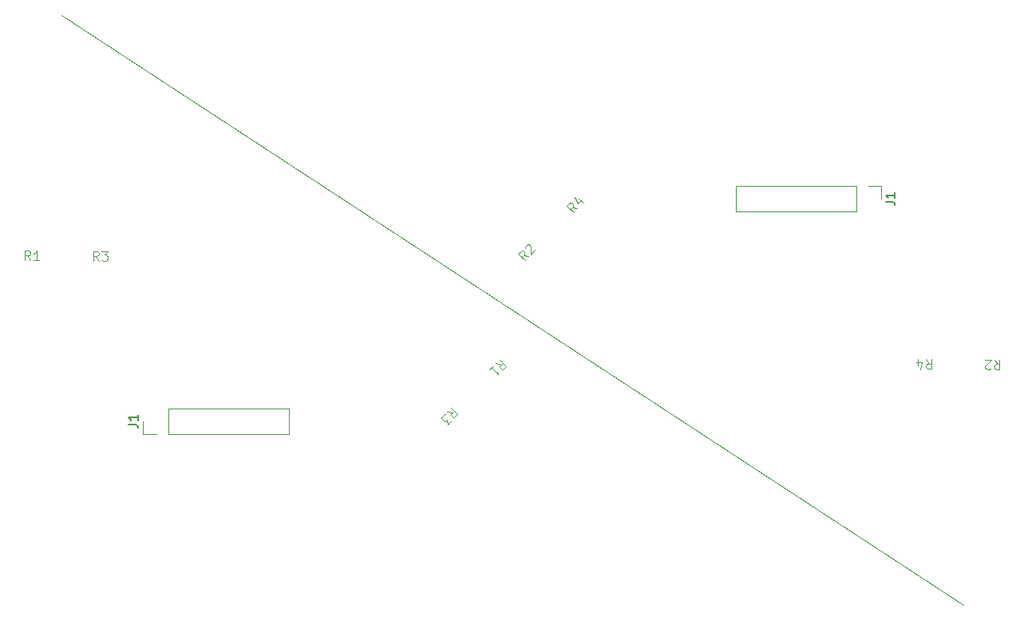
<source format=gbr>
%TF.GenerationSoftware,KiCad,Pcbnew,9.0.2*%
%TF.CreationDate,2025-08-03T15:00:21-04:00*%
%TF.ProjectId,SGTC,53475443-2e6b-4696-9361-645f70636258,rev?*%
%TF.SameCoordinates,Original*%
%TF.FileFunction,Legend,Top*%
%TF.FilePolarity,Positive*%
%FSLAX46Y46*%
G04 Gerber Fmt 4.6, Leading zero omitted, Abs format (unit mm)*
G04 Created by KiCad (PCBNEW 9.0.2) date 2025-08-03 15:00:21*
%MOMM*%
%LPD*%
G01*
G04 APERTURE LIST*
%ADD10C,0.050000*%
%ADD11C,0.100000*%
%ADD12C,0.150000*%
%ADD13C,0.120000*%
G04 APERTURE END LIST*
D10*
X190550000Y-124800000D02*
X94835880Y-62184328D01*
D11*
X135781273Y-104259152D02*
X136353693Y-104360168D01*
X136185334Y-103855091D02*
X136892441Y-104562198D01*
X136892441Y-104562198D02*
X136623067Y-104831572D01*
X136623067Y-104831572D02*
X136522052Y-104865244D01*
X136522052Y-104865244D02*
X136454708Y-104865244D01*
X136454708Y-104865244D02*
X136353693Y-104831572D01*
X136353693Y-104831572D02*
X136252678Y-104730557D01*
X136252678Y-104730557D02*
X136219006Y-104629542D01*
X136219006Y-104629542D02*
X136219006Y-104562198D01*
X136219006Y-104562198D02*
X136252678Y-104461183D01*
X136252678Y-104461183D02*
X136522052Y-104191809D01*
X136252678Y-105201962D02*
X135814945Y-105639694D01*
X135814945Y-105639694D02*
X135781273Y-105134618D01*
X135781273Y-105134618D02*
X135680258Y-105235633D01*
X135680258Y-105235633D02*
X135579243Y-105269305D01*
X135579243Y-105269305D02*
X135511899Y-105269305D01*
X135511899Y-105269305D02*
X135410884Y-105235633D01*
X135410884Y-105235633D02*
X135242525Y-105067275D01*
X135242525Y-105067275D02*
X135208853Y-104966259D01*
X135208853Y-104966259D02*
X135208853Y-104898916D01*
X135208853Y-104898916D02*
X135242525Y-104797901D01*
X135242525Y-104797901D02*
X135444556Y-104595870D01*
X135444556Y-104595870D02*
X135545571Y-104562198D01*
X135545571Y-104562198D02*
X135612914Y-104562198D01*
X186571747Y-98725416D02*
X186905080Y-99201607D01*
X187143175Y-98725416D02*
X187143175Y-99725416D01*
X187143175Y-99725416D02*
X186762223Y-99725416D01*
X186762223Y-99725416D02*
X186666985Y-99677797D01*
X186666985Y-99677797D02*
X186619366Y-99630178D01*
X186619366Y-99630178D02*
X186571747Y-99534940D01*
X186571747Y-99534940D02*
X186571747Y-99392083D01*
X186571747Y-99392083D02*
X186619366Y-99296845D01*
X186619366Y-99296845D02*
X186666985Y-99249226D01*
X186666985Y-99249226D02*
X186762223Y-99201607D01*
X186762223Y-99201607D02*
X187143175Y-99201607D01*
X185714604Y-99392083D02*
X185714604Y-98725416D01*
X185952699Y-99773036D02*
X186190794Y-99058750D01*
X186190794Y-99058750D02*
X185571747Y-99058750D01*
X144446847Y-87822015D02*
X143874427Y-87720999D01*
X144042786Y-88226076D02*
X143335679Y-87518969D01*
X143335679Y-87518969D02*
X143605053Y-87249595D01*
X143605053Y-87249595D02*
X143706068Y-87215923D01*
X143706068Y-87215923D02*
X143773412Y-87215923D01*
X143773412Y-87215923D02*
X143874427Y-87249595D01*
X143874427Y-87249595D02*
X143975442Y-87350610D01*
X143975442Y-87350610D02*
X144009114Y-87451625D01*
X144009114Y-87451625D02*
X144009114Y-87518969D01*
X144009114Y-87518969D02*
X143975442Y-87619984D01*
X143975442Y-87619984D02*
X143706068Y-87889358D01*
X144076458Y-86912877D02*
X144076458Y-86845534D01*
X144076458Y-86845534D02*
X144110129Y-86744518D01*
X144110129Y-86744518D02*
X144278488Y-86576160D01*
X144278488Y-86576160D02*
X144379503Y-86542488D01*
X144379503Y-86542488D02*
X144446847Y-86542488D01*
X144446847Y-86542488D02*
X144547862Y-86576160D01*
X144547862Y-86576160D02*
X144615206Y-86643503D01*
X144615206Y-86643503D02*
X144682549Y-86778190D01*
X144682549Y-86778190D02*
X144682549Y-87586312D01*
X144682549Y-87586312D02*
X145120282Y-87148579D01*
X149608726Y-82730847D02*
X149036306Y-82629831D01*
X149204665Y-83134908D02*
X148497558Y-82427801D01*
X148497558Y-82427801D02*
X148766932Y-82158427D01*
X148766932Y-82158427D02*
X148867947Y-82124755D01*
X148867947Y-82124755D02*
X148935291Y-82124755D01*
X148935291Y-82124755D02*
X149036306Y-82158427D01*
X149036306Y-82158427D02*
X149137321Y-82259442D01*
X149137321Y-82259442D02*
X149170993Y-82360457D01*
X149170993Y-82360457D02*
X149170993Y-82427801D01*
X149170993Y-82427801D02*
X149137321Y-82528816D01*
X149137321Y-82528816D02*
X148867947Y-82798190D01*
X149743413Y-81653350D02*
X150214817Y-82124755D01*
X149305680Y-81552335D02*
X149642398Y-82225770D01*
X149642398Y-82225770D02*
X150080130Y-81788037D01*
X193821747Y-98775416D02*
X194155080Y-99251607D01*
X194393175Y-98775416D02*
X194393175Y-99775416D01*
X194393175Y-99775416D02*
X194012223Y-99775416D01*
X194012223Y-99775416D02*
X193916985Y-99727797D01*
X193916985Y-99727797D02*
X193869366Y-99680178D01*
X193869366Y-99680178D02*
X193821747Y-99584940D01*
X193821747Y-99584940D02*
X193821747Y-99442083D01*
X193821747Y-99442083D02*
X193869366Y-99346845D01*
X193869366Y-99346845D02*
X193916985Y-99299226D01*
X193916985Y-99299226D02*
X194012223Y-99251607D01*
X194012223Y-99251607D02*
X194393175Y-99251607D01*
X193440794Y-99680178D02*
X193393175Y-99727797D01*
X193393175Y-99727797D02*
X193297937Y-99775416D01*
X193297937Y-99775416D02*
X193059842Y-99775416D01*
X193059842Y-99775416D02*
X192964604Y-99727797D01*
X192964604Y-99727797D02*
X192916985Y-99680178D01*
X192916985Y-99680178D02*
X192869366Y-99584940D01*
X192869366Y-99584940D02*
X192869366Y-99489702D01*
X192869366Y-99489702D02*
X192916985Y-99346845D01*
X192916985Y-99346845D02*
X193488413Y-98775416D01*
X193488413Y-98775416D02*
X192869366Y-98775416D01*
X140943152Y-99167984D02*
X141515572Y-99269000D01*
X141347213Y-98763923D02*
X142054320Y-99471030D01*
X142054320Y-99471030D02*
X141784946Y-99740404D01*
X141784946Y-99740404D02*
X141683931Y-99774076D01*
X141683931Y-99774076D02*
X141616587Y-99774076D01*
X141616587Y-99774076D02*
X141515572Y-99740404D01*
X141515572Y-99740404D02*
X141414557Y-99639389D01*
X141414557Y-99639389D02*
X141380885Y-99538374D01*
X141380885Y-99538374D02*
X141380885Y-99471030D01*
X141380885Y-99471030D02*
X141414557Y-99370015D01*
X141414557Y-99370015D02*
X141683931Y-99100641D01*
X140269717Y-99841420D02*
X140673778Y-99437358D01*
X140471748Y-99639389D02*
X141178854Y-100346496D01*
X141178854Y-100346496D02*
X141145183Y-100178137D01*
X141145183Y-100178137D02*
X141145183Y-100043450D01*
X141145183Y-100043450D02*
X141178854Y-99942435D01*
X98818252Y-88264583D02*
X98484919Y-87788392D01*
X98246824Y-88264583D02*
X98246824Y-87264583D01*
X98246824Y-87264583D02*
X98627776Y-87264583D01*
X98627776Y-87264583D02*
X98723014Y-87312202D01*
X98723014Y-87312202D02*
X98770633Y-87359821D01*
X98770633Y-87359821D02*
X98818252Y-87455059D01*
X98818252Y-87455059D02*
X98818252Y-87597916D01*
X98818252Y-87597916D02*
X98770633Y-87693154D01*
X98770633Y-87693154D02*
X98723014Y-87740773D01*
X98723014Y-87740773D02*
X98627776Y-87788392D01*
X98627776Y-87788392D02*
X98246824Y-87788392D01*
X99151586Y-87264583D02*
X99770633Y-87264583D01*
X99770633Y-87264583D02*
X99437300Y-87645535D01*
X99437300Y-87645535D02*
X99580157Y-87645535D01*
X99580157Y-87645535D02*
X99675395Y-87693154D01*
X99675395Y-87693154D02*
X99723014Y-87740773D01*
X99723014Y-87740773D02*
X99770633Y-87836011D01*
X99770633Y-87836011D02*
X99770633Y-88074106D01*
X99770633Y-88074106D02*
X99723014Y-88169344D01*
X99723014Y-88169344D02*
X99675395Y-88216964D01*
X99675395Y-88216964D02*
X99580157Y-88264583D01*
X99580157Y-88264583D02*
X99294443Y-88264583D01*
X99294443Y-88264583D02*
X99199205Y-88216964D01*
X99199205Y-88216964D02*
X99151586Y-88169344D01*
X91568252Y-88214583D02*
X91234919Y-87738392D01*
X90996824Y-88214583D02*
X90996824Y-87214583D01*
X90996824Y-87214583D02*
X91377776Y-87214583D01*
X91377776Y-87214583D02*
X91473014Y-87262202D01*
X91473014Y-87262202D02*
X91520633Y-87309821D01*
X91520633Y-87309821D02*
X91568252Y-87405059D01*
X91568252Y-87405059D02*
X91568252Y-87547916D01*
X91568252Y-87547916D02*
X91520633Y-87643154D01*
X91520633Y-87643154D02*
X91473014Y-87690773D01*
X91473014Y-87690773D02*
X91377776Y-87738392D01*
X91377776Y-87738392D02*
X90996824Y-87738392D01*
X92520633Y-88214583D02*
X91949205Y-88214583D01*
X92234919Y-88214583D02*
X92234919Y-87214583D01*
X92234919Y-87214583D02*
X92139681Y-87357440D01*
X92139681Y-87357440D02*
X92044443Y-87452678D01*
X92044443Y-87452678D02*
X91949205Y-87500297D01*
D12*
X101994819Y-105633333D02*
X102709104Y-105633333D01*
X102709104Y-105633333D02*
X102851961Y-105680952D01*
X102851961Y-105680952D02*
X102947200Y-105776190D01*
X102947200Y-105776190D02*
X102994819Y-105919047D01*
X102994819Y-105919047D02*
X102994819Y-106014285D01*
X102994819Y-104633333D02*
X102994819Y-105204761D01*
X102994819Y-104919047D02*
X101994819Y-104919047D01*
X101994819Y-104919047D02*
X102137676Y-105014285D01*
X102137676Y-105014285D02*
X102232914Y-105109523D01*
X102232914Y-105109523D02*
X102280533Y-105204761D01*
X182304819Y-82023333D02*
X183019104Y-82023333D01*
X183019104Y-82023333D02*
X183161961Y-82070952D01*
X183161961Y-82070952D02*
X183257200Y-82166190D01*
X183257200Y-82166190D02*
X183304819Y-82309047D01*
X183304819Y-82309047D02*
X183304819Y-82404285D01*
X183304819Y-81023333D02*
X183304819Y-81594761D01*
X183304819Y-81309047D02*
X182304819Y-81309047D01*
X182304819Y-81309047D02*
X182447676Y-81404285D01*
X182447676Y-81404285D02*
X182542914Y-81499523D01*
X182542914Y-81499523D02*
X182590533Y-81594761D01*
D13*
%TO.C,J1*%
X103540000Y-106680000D02*
X103540000Y-105300000D01*
X104920000Y-106680000D02*
X103540000Y-106680000D01*
X106190000Y-103920000D02*
X119000000Y-103920000D01*
X106190000Y-106680000D02*
X106190000Y-103920000D01*
X106190000Y-106680000D02*
X119000000Y-106680000D01*
X119000000Y-106680000D02*
X119000000Y-103920000D01*
X166390000Y-80310000D02*
X166390000Y-83070000D01*
X179200000Y-80310000D02*
X166390000Y-80310000D01*
X179200000Y-80310000D02*
X179200000Y-83070000D01*
X179200000Y-83070000D02*
X166390000Y-83070000D01*
X180470000Y-80310000D02*
X181850000Y-80310000D01*
X181850000Y-80310000D02*
X181850000Y-81690000D01*
%TD*%
M02*

</source>
